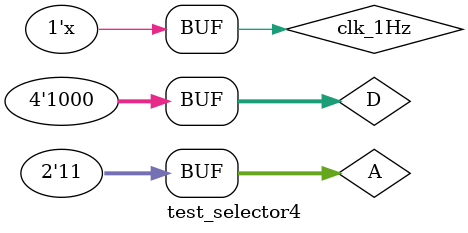
<source format=v>
`timescale 1ns/100ps
module test_selector4();
    reg clk_1Hz;
    reg [3:0]D;
    reg [1:0]A;
    wire Y;
    selector4 u0(A,D,Y);
    always #25 clk_1Hz = ~clk_1Hz ;
    initial
    begin
        clk_1Hz=0;
        D = 4'b0001;A = 2'b00;
        #50;
        D = 4'b0001;A = 2'b01;
        #50;
        D = 4'b0001;A = 2'b10;
        #50;
        D = 4'b0001;A = 2'b11;
        
        #50;
        D = 4'b0010;A = 2'b00;
        #50;
        D = 4'b0010;A = 2'b01;
        #50;
        D = 4'b0010;A = 2'b10;
        #50;
        D = 4'b0010;A = 2'b11;
        
        #50;
        D = 4'b0100;A = 2'b00;
        #50;
        D = 4'b0100;A = 2'b01;
        #50;
        D = 4'b0100;A = 2'b10;
        #50;
        D = 4'b0100;A = 2'b11;
        
        #50;
        D = 4'b1000;A = 2'b00;
        #50;
        D = 4'b1000;A = 2'b01;
        #50;
        D = 4'b1000;A = 2'b10;
        #50;
        D = 4'b1000;A = 2'b11;
    end
endmodule


</source>
